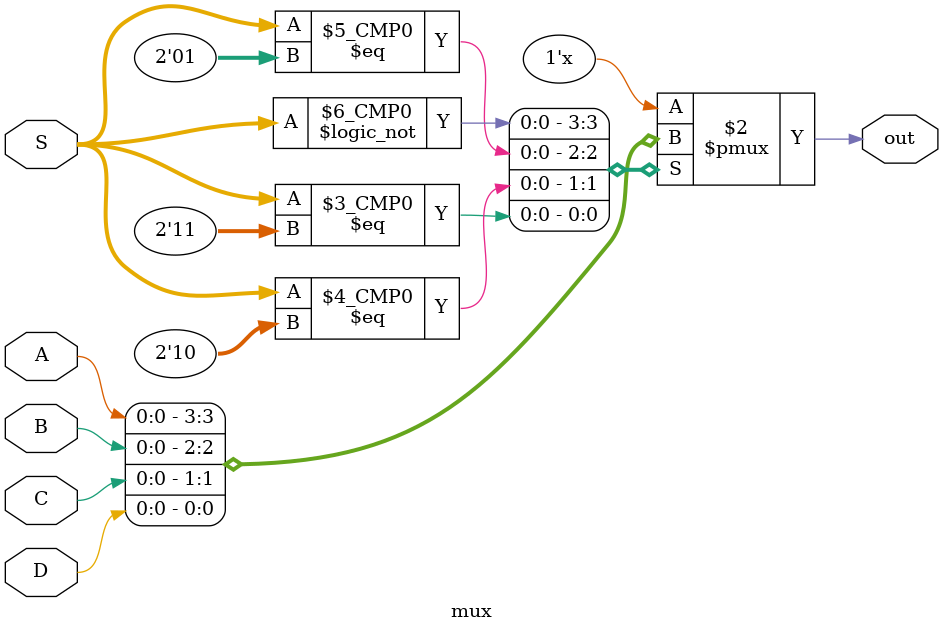
<source format=v>
module mux(A, B, C, D, S, out);
	
	// input declarations
	input A, B, C, D;
	input [1:0] S;

	// output declarations
	output reg out;
	
	always@(*)
	begin

		case(S)
			0 : out = A; // if select = 00, assign A to out
			1 : out = B; // if select = 01, assign B to out
			2 : out = C; // if select = 10, assign C to out
			3 : out = D; // if select = 11, assign D to out

		endcase
	end

endmodule
</source>
